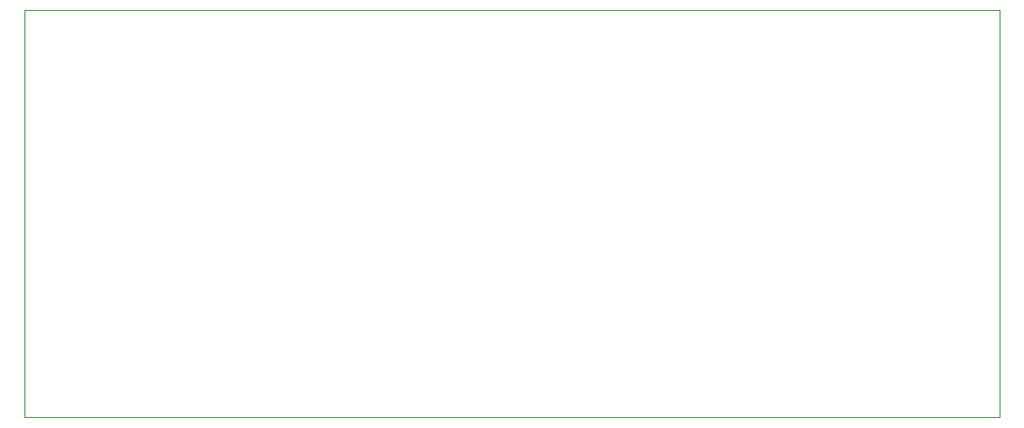
<source format=gm1>
%TF.GenerationSoftware,KiCad,Pcbnew,9.0.2*%
%TF.CreationDate,2025-06-13T00:24:49+05:30*%
%TF.ProjectId,KeebPcb,4b656562-5063-4622-9e6b-696361645f70,rev?*%
%TF.SameCoordinates,Original*%
%TF.FileFunction,Profile,NP*%
%FSLAX46Y46*%
G04 Gerber Fmt 4.6, Leading zero omitted, Abs format (unit mm)*
G04 Created by KiCad (PCBNEW 9.0.2) date 2025-06-13 00:24:49*
%MOMM*%
%LPD*%
G01*
G04 APERTURE LIST*
%TA.AperFunction,Profile*%
%ADD10C,0.050000*%
%TD*%
G04 APERTURE END LIST*
D10*
X69117900Y-79451200D02*
X160256700Y-79451200D01*
X160256700Y-117581200D01*
X69117900Y-117581200D01*
X69117900Y-79451200D01*
M02*

</source>
